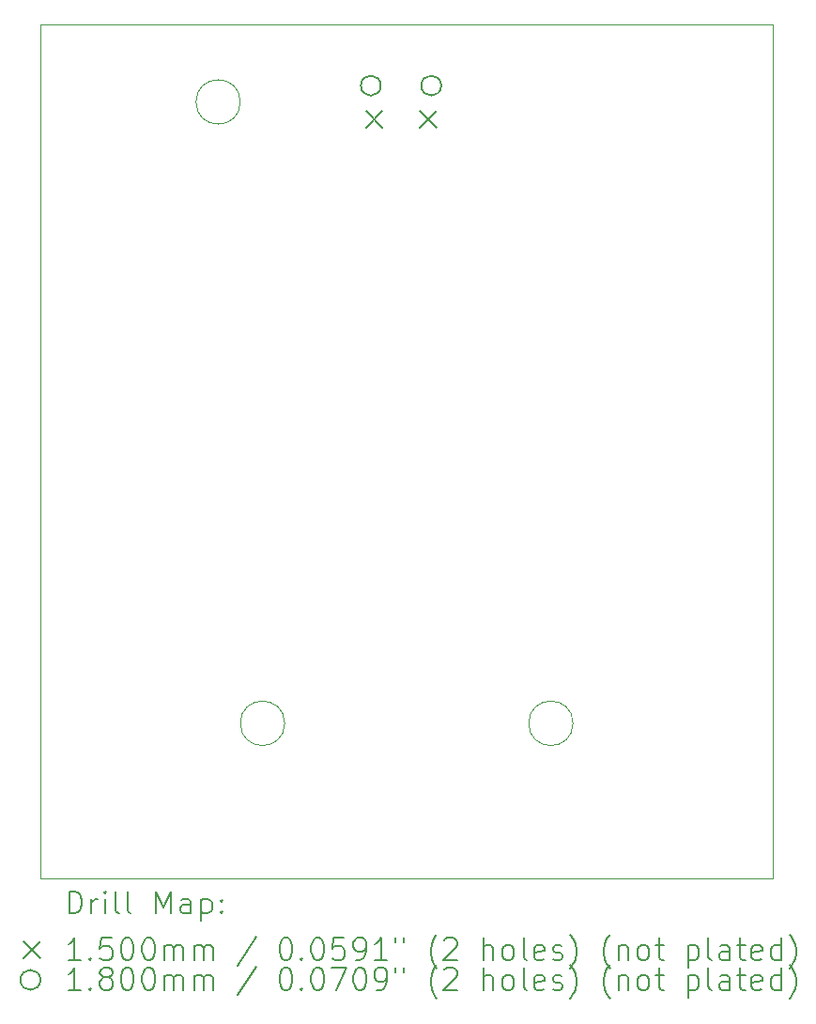
<source format=gbr>
%TF.GenerationSoftware,KiCad,Pcbnew,8.0.3*%
%TF.CreationDate,2024-07-03T23:55:28+09:00*%
%TF.ProjectId,mcu_rp2040,6d63755f-7270-4323-9034-302e6b696361,rev?*%
%TF.SameCoordinates,Original*%
%TF.FileFunction,Drillmap*%
%TF.FilePolarity,Positive*%
%FSLAX45Y45*%
G04 Gerber Fmt 4.5, Leading zero omitted, Abs format (unit mm)*
G04 Created by KiCad (PCBNEW 8.0.3) date 2024-07-03 23:55:28*
%MOMM*%
%LPD*%
G01*
G04 APERTURE LIST*
%ADD10C,0.050000*%
%ADD11C,0.200000*%
%ADD12C,0.150000*%
%ADD13C,0.180000*%
G04 APERTURE END LIST*
D10*
X12300000Y-5000000D02*
G75*
G02*
X11900000Y-5000000I-200000J0D01*
G01*
X11900000Y-5000000D02*
G75*
G02*
X12300000Y-5000000I200000J0D01*
G01*
X12700000Y-10600000D02*
G75*
G02*
X12300000Y-10600000I-200000J0D01*
G01*
X12300000Y-10600000D02*
G75*
G02*
X12700000Y-10600000I200000J0D01*
G01*
X15300000Y-10600000D02*
G75*
G02*
X14900000Y-10600000I-200000J0D01*
G01*
X14900000Y-10600000D02*
G75*
G02*
X15300000Y-10600000I200000J0D01*
G01*
X10500000Y-4300000D02*
X17100000Y-4300000D01*
X17100000Y-12000000D01*
X10500000Y-12000000D01*
X10500000Y-4300000D01*
D11*
D12*
X13431500Y-5081000D02*
X13581500Y-5231000D01*
X13581500Y-5081000D02*
X13431500Y-5231000D01*
X13916500Y-5081000D02*
X14066500Y-5231000D01*
X14066500Y-5081000D02*
X13916500Y-5231000D01*
D13*
X13566500Y-4853000D02*
G75*
G02*
X13386500Y-4853000I-90000J0D01*
G01*
X13386500Y-4853000D02*
G75*
G02*
X13566500Y-4853000I90000J0D01*
G01*
X14111500Y-4853000D02*
G75*
G02*
X13931500Y-4853000I-90000J0D01*
G01*
X13931500Y-4853000D02*
G75*
G02*
X14111500Y-4853000I90000J0D01*
G01*
D11*
X10758277Y-12313984D02*
X10758277Y-12113984D01*
X10758277Y-12113984D02*
X10805896Y-12113984D01*
X10805896Y-12113984D02*
X10834467Y-12123508D01*
X10834467Y-12123508D02*
X10853515Y-12142555D01*
X10853515Y-12142555D02*
X10863039Y-12161603D01*
X10863039Y-12161603D02*
X10872563Y-12199698D01*
X10872563Y-12199698D02*
X10872563Y-12228269D01*
X10872563Y-12228269D02*
X10863039Y-12266365D01*
X10863039Y-12266365D02*
X10853515Y-12285412D01*
X10853515Y-12285412D02*
X10834467Y-12304460D01*
X10834467Y-12304460D02*
X10805896Y-12313984D01*
X10805896Y-12313984D02*
X10758277Y-12313984D01*
X10958277Y-12313984D02*
X10958277Y-12180650D01*
X10958277Y-12218746D02*
X10967801Y-12199698D01*
X10967801Y-12199698D02*
X10977324Y-12190174D01*
X10977324Y-12190174D02*
X10996372Y-12180650D01*
X10996372Y-12180650D02*
X11015420Y-12180650D01*
X11082086Y-12313984D02*
X11082086Y-12180650D01*
X11082086Y-12113984D02*
X11072563Y-12123508D01*
X11072563Y-12123508D02*
X11082086Y-12133031D01*
X11082086Y-12133031D02*
X11091610Y-12123508D01*
X11091610Y-12123508D02*
X11082086Y-12113984D01*
X11082086Y-12113984D02*
X11082086Y-12133031D01*
X11205896Y-12313984D02*
X11186848Y-12304460D01*
X11186848Y-12304460D02*
X11177324Y-12285412D01*
X11177324Y-12285412D02*
X11177324Y-12113984D01*
X11310658Y-12313984D02*
X11291610Y-12304460D01*
X11291610Y-12304460D02*
X11282086Y-12285412D01*
X11282086Y-12285412D02*
X11282086Y-12113984D01*
X11539229Y-12313984D02*
X11539229Y-12113984D01*
X11539229Y-12113984D02*
X11605896Y-12256841D01*
X11605896Y-12256841D02*
X11672562Y-12113984D01*
X11672562Y-12113984D02*
X11672562Y-12313984D01*
X11853515Y-12313984D02*
X11853515Y-12209222D01*
X11853515Y-12209222D02*
X11843991Y-12190174D01*
X11843991Y-12190174D02*
X11824943Y-12180650D01*
X11824943Y-12180650D02*
X11786848Y-12180650D01*
X11786848Y-12180650D02*
X11767801Y-12190174D01*
X11853515Y-12304460D02*
X11834467Y-12313984D01*
X11834467Y-12313984D02*
X11786848Y-12313984D01*
X11786848Y-12313984D02*
X11767801Y-12304460D01*
X11767801Y-12304460D02*
X11758277Y-12285412D01*
X11758277Y-12285412D02*
X11758277Y-12266365D01*
X11758277Y-12266365D02*
X11767801Y-12247317D01*
X11767801Y-12247317D02*
X11786848Y-12237793D01*
X11786848Y-12237793D02*
X11834467Y-12237793D01*
X11834467Y-12237793D02*
X11853515Y-12228269D01*
X11948753Y-12180650D02*
X11948753Y-12380650D01*
X11948753Y-12190174D02*
X11967801Y-12180650D01*
X11967801Y-12180650D02*
X12005896Y-12180650D01*
X12005896Y-12180650D02*
X12024943Y-12190174D01*
X12024943Y-12190174D02*
X12034467Y-12199698D01*
X12034467Y-12199698D02*
X12043991Y-12218746D01*
X12043991Y-12218746D02*
X12043991Y-12275888D01*
X12043991Y-12275888D02*
X12034467Y-12294936D01*
X12034467Y-12294936D02*
X12024943Y-12304460D01*
X12024943Y-12304460D02*
X12005896Y-12313984D01*
X12005896Y-12313984D02*
X11967801Y-12313984D01*
X11967801Y-12313984D02*
X11948753Y-12304460D01*
X12129705Y-12294936D02*
X12139229Y-12304460D01*
X12139229Y-12304460D02*
X12129705Y-12313984D01*
X12129705Y-12313984D02*
X12120182Y-12304460D01*
X12120182Y-12304460D02*
X12129705Y-12294936D01*
X12129705Y-12294936D02*
X12129705Y-12313984D01*
X12129705Y-12190174D02*
X12139229Y-12199698D01*
X12139229Y-12199698D02*
X12129705Y-12209222D01*
X12129705Y-12209222D02*
X12120182Y-12199698D01*
X12120182Y-12199698D02*
X12129705Y-12190174D01*
X12129705Y-12190174D02*
X12129705Y-12209222D01*
D12*
X10347500Y-12567500D02*
X10497500Y-12717500D01*
X10497500Y-12567500D02*
X10347500Y-12717500D01*
D11*
X10863039Y-12733984D02*
X10748753Y-12733984D01*
X10805896Y-12733984D02*
X10805896Y-12533984D01*
X10805896Y-12533984D02*
X10786848Y-12562555D01*
X10786848Y-12562555D02*
X10767801Y-12581603D01*
X10767801Y-12581603D02*
X10748753Y-12591127D01*
X10948753Y-12714936D02*
X10958277Y-12724460D01*
X10958277Y-12724460D02*
X10948753Y-12733984D01*
X10948753Y-12733984D02*
X10939229Y-12724460D01*
X10939229Y-12724460D02*
X10948753Y-12714936D01*
X10948753Y-12714936D02*
X10948753Y-12733984D01*
X11139229Y-12533984D02*
X11043991Y-12533984D01*
X11043991Y-12533984D02*
X11034467Y-12629222D01*
X11034467Y-12629222D02*
X11043991Y-12619698D01*
X11043991Y-12619698D02*
X11063039Y-12610174D01*
X11063039Y-12610174D02*
X11110658Y-12610174D01*
X11110658Y-12610174D02*
X11129705Y-12619698D01*
X11129705Y-12619698D02*
X11139229Y-12629222D01*
X11139229Y-12629222D02*
X11148753Y-12648269D01*
X11148753Y-12648269D02*
X11148753Y-12695888D01*
X11148753Y-12695888D02*
X11139229Y-12714936D01*
X11139229Y-12714936D02*
X11129705Y-12724460D01*
X11129705Y-12724460D02*
X11110658Y-12733984D01*
X11110658Y-12733984D02*
X11063039Y-12733984D01*
X11063039Y-12733984D02*
X11043991Y-12724460D01*
X11043991Y-12724460D02*
X11034467Y-12714936D01*
X11272562Y-12533984D02*
X11291610Y-12533984D01*
X11291610Y-12533984D02*
X11310658Y-12543508D01*
X11310658Y-12543508D02*
X11320182Y-12553031D01*
X11320182Y-12553031D02*
X11329705Y-12572079D01*
X11329705Y-12572079D02*
X11339229Y-12610174D01*
X11339229Y-12610174D02*
X11339229Y-12657793D01*
X11339229Y-12657793D02*
X11329705Y-12695888D01*
X11329705Y-12695888D02*
X11320182Y-12714936D01*
X11320182Y-12714936D02*
X11310658Y-12724460D01*
X11310658Y-12724460D02*
X11291610Y-12733984D01*
X11291610Y-12733984D02*
X11272562Y-12733984D01*
X11272562Y-12733984D02*
X11253515Y-12724460D01*
X11253515Y-12724460D02*
X11243991Y-12714936D01*
X11243991Y-12714936D02*
X11234467Y-12695888D01*
X11234467Y-12695888D02*
X11224943Y-12657793D01*
X11224943Y-12657793D02*
X11224943Y-12610174D01*
X11224943Y-12610174D02*
X11234467Y-12572079D01*
X11234467Y-12572079D02*
X11243991Y-12553031D01*
X11243991Y-12553031D02*
X11253515Y-12543508D01*
X11253515Y-12543508D02*
X11272562Y-12533984D01*
X11463039Y-12533984D02*
X11482086Y-12533984D01*
X11482086Y-12533984D02*
X11501134Y-12543508D01*
X11501134Y-12543508D02*
X11510658Y-12553031D01*
X11510658Y-12553031D02*
X11520182Y-12572079D01*
X11520182Y-12572079D02*
X11529705Y-12610174D01*
X11529705Y-12610174D02*
X11529705Y-12657793D01*
X11529705Y-12657793D02*
X11520182Y-12695888D01*
X11520182Y-12695888D02*
X11510658Y-12714936D01*
X11510658Y-12714936D02*
X11501134Y-12724460D01*
X11501134Y-12724460D02*
X11482086Y-12733984D01*
X11482086Y-12733984D02*
X11463039Y-12733984D01*
X11463039Y-12733984D02*
X11443991Y-12724460D01*
X11443991Y-12724460D02*
X11434467Y-12714936D01*
X11434467Y-12714936D02*
X11424943Y-12695888D01*
X11424943Y-12695888D02*
X11415420Y-12657793D01*
X11415420Y-12657793D02*
X11415420Y-12610174D01*
X11415420Y-12610174D02*
X11424943Y-12572079D01*
X11424943Y-12572079D02*
X11434467Y-12553031D01*
X11434467Y-12553031D02*
X11443991Y-12543508D01*
X11443991Y-12543508D02*
X11463039Y-12533984D01*
X11615420Y-12733984D02*
X11615420Y-12600650D01*
X11615420Y-12619698D02*
X11624943Y-12610174D01*
X11624943Y-12610174D02*
X11643991Y-12600650D01*
X11643991Y-12600650D02*
X11672563Y-12600650D01*
X11672563Y-12600650D02*
X11691610Y-12610174D01*
X11691610Y-12610174D02*
X11701134Y-12629222D01*
X11701134Y-12629222D02*
X11701134Y-12733984D01*
X11701134Y-12629222D02*
X11710658Y-12610174D01*
X11710658Y-12610174D02*
X11729705Y-12600650D01*
X11729705Y-12600650D02*
X11758277Y-12600650D01*
X11758277Y-12600650D02*
X11777324Y-12610174D01*
X11777324Y-12610174D02*
X11786848Y-12629222D01*
X11786848Y-12629222D02*
X11786848Y-12733984D01*
X11882086Y-12733984D02*
X11882086Y-12600650D01*
X11882086Y-12619698D02*
X11891610Y-12610174D01*
X11891610Y-12610174D02*
X11910658Y-12600650D01*
X11910658Y-12600650D02*
X11939229Y-12600650D01*
X11939229Y-12600650D02*
X11958277Y-12610174D01*
X11958277Y-12610174D02*
X11967801Y-12629222D01*
X11967801Y-12629222D02*
X11967801Y-12733984D01*
X11967801Y-12629222D02*
X11977324Y-12610174D01*
X11977324Y-12610174D02*
X11996372Y-12600650D01*
X11996372Y-12600650D02*
X12024943Y-12600650D01*
X12024943Y-12600650D02*
X12043991Y-12610174D01*
X12043991Y-12610174D02*
X12053515Y-12629222D01*
X12053515Y-12629222D02*
X12053515Y-12733984D01*
X12443991Y-12524460D02*
X12272563Y-12781603D01*
X12701134Y-12533984D02*
X12720182Y-12533984D01*
X12720182Y-12533984D02*
X12739229Y-12543508D01*
X12739229Y-12543508D02*
X12748753Y-12553031D01*
X12748753Y-12553031D02*
X12758277Y-12572079D01*
X12758277Y-12572079D02*
X12767801Y-12610174D01*
X12767801Y-12610174D02*
X12767801Y-12657793D01*
X12767801Y-12657793D02*
X12758277Y-12695888D01*
X12758277Y-12695888D02*
X12748753Y-12714936D01*
X12748753Y-12714936D02*
X12739229Y-12724460D01*
X12739229Y-12724460D02*
X12720182Y-12733984D01*
X12720182Y-12733984D02*
X12701134Y-12733984D01*
X12701134Y-12733984D02*
X12682086Y-12724460D01*
X12682086Y-12724460D02*
X12672563Y-12714936D01*
X12672563Y-12714936D02*
X12663039Y-12695888D01*
X12663039Y-12695888D02*
X12653515Y-12657793D01*
X12653515Y-12657793D02*
X12653515Y-12610174D01*
X12653515Y-12610174D02*
X12663039Y-12572079D01*
X12663039Y-12572079D02*
X12672563Y-12553031D01*
X12672563Y-12553031D02*
X12682086Y-12543508D01*
X12682086Y-12543508D02*
X12701134Y-12533984D01*
X12853515Y-12714936D02*
X12863039Y-12724460D01*
X12863039Y-12724460D02*
X12853515Y-12733984D01*
X12853515Y-12733984D02*
X12843991Y-12724460D01*
X12843991Y-12724460D02*
X12853515Y-12714936D01*
X12853515Y-12714936D02*
X12853515Y-12733984D01*
X12986848Y-12533984D02*
X13005896Y-12533984D01*
X13005896Y-12533984D02*
X13024944Y-12543508D01*
X13024944Y-12543508D02*
X13034467Y-12553031D01*
X13034467Y-12553031D02*
X13043991Y-12572079D01*
X13043991Y-12572079D02*
X13053515Y-12610174D01*
X13053515Y-12610174D02*
X13053515Y-12657793D01*
X13053515Y-12657793D02*
X13043991Y-12695888D01*
X13043991Y-12695888D02*
X13034467Y-12714936D01*
X13034467Y-12714936D02*
X13024944Y-12724460D01*
X13024944Y-12724460D02*
X13005896Y-12733984D01*
X13005896Y-12733984D02*
X12986848Y-12733984D01*
X12986848Y-12733984D02*
X12967801Y-12724460D01*
X12967801Y-12724460D02*
X12958277Y-12714936D01*
X12958277Y-12714936D02*
X12948753Y-12695888D01*
X12948753Y-12695888D02*
X12939229Y-12657793D01*
X12939229Y-12657793D02*
X12939229Y-12610174D01*
X12939229Y-12610174D02*
X12948753Y-12572079D01*
X12948753Y-12572079D02*
X12958277Y-12553031D01*
X12958277Y-12553031D02*
X12967801Y-12543508D01*
X12967801Y-12543508D02*
X12986848Y-12533984D01*
X13234467Y-12533984D02*
X13139229Y-12533984D01*
X13139229Y-12533984D02*
X13129706Y-12629222D01*
X13129706Y-12629222D02*
X13139229Y-12619698D01*
X13139229Y-12619698D02*
X13158277Y-12610174D01*
X13158277Y-12610174D02*
X13205896Y-12610174D01*
X13205896Y-12610174D02*
X13224944Y-12619698D01*
X13224944Y-12619698D02*
X13234467Y-12629222D01*
X13234467Y-12629222D02*
X13243991Y-12648269D01*
X13243991Y-12648269D02*
X13243991Y-12695888D01*
X13243991Y-12695888D02*
X13234467Y-12714936D01*
X13234467Y-12714936D02*
X13224944Y-12724460D01*
X13224944Y-12724460D02*
X13205896Y-12733984D01*
X13205896Y-12733984D02*
X13158277Y-12733984D01*
X13158277Y-12733984D02*
X13139229Y-12724460D01*
X13139229Y-12724460D02*
X13129706Y-12714936D01*
X13339229Y-12733984D02*
X13377325Y-12733984D01*
X13377325Y-12733984D02*
X13396372Y-12724460D01*
X13396372Y-12724460D02*
X13405896Y-12714936D01*
X13405896Y-12714936D02*
X13424944Y-12686365D01*
X13424944Y-12686365D02*
X13434467Y-12648269D01*
X13434467Y-12648269D02*
X13434467Y-12572079D01*
X13434467Y-12572079D02*
X13424944Y-12553031D01*
X13424944Y-12553031D02*
X13415420Y-12543508D01*
X13415420Y-12543508D02*
X13396372Y-12533984D01*
X13396372Y-12533984D02*
X13358277Y-12533984D01*
X13358277Y-12533984D02*
X13339229Y-12543508D01*
X13339229Y-12543508D02*
X13329706Y-12553031D01*
X13329706Y-12553031D02*
X13320182Y-12572079D01*
X13320182Y-12572079D02*
X13320182Y-12619698D01*
X13320182Y-12619698D02*
X13329706Y-12638746D01*
X13329706Y-12638746D02*
X13339229Y-12648269D01*
X13339229Y-12648269D02*
X13358277Y-12657793D01*
X13358277Y-12657793D02*
X13396372Y-12657793D01*
X13396372Y-12657793D02*
X13415420Y-12648269D01*
X13415420Y-12648269D02*
X13424944Y-12638746D01*
X13424944Y-12638746D02*
X13434467Y-12619698D01*
X13624944Y-12733984D02*
X13510658Y-12733984D01*
X13567801Y-12733984D02*
X13567801Y-12533984D01*
X13567801Y-12533984D02*
X13548753Y-12562555D01*
X13548753Y-12562555D02*
X13529706Y-12581603D01*
X13529706Y-12581603D02*
X13510658Y-12591127D01*
X13701134Y-12533984D02*
X13701134Y-12572079D01*
X13777325Y-12533984D02*
X13777325Y-12572079D01*
X14072563Y-12810174D02*
X14063039Y-12800650D01*
X14063039Y-12800650D02*
X14043991Y-12772079D01*
X14043991Y-12772079D02*
X14034468Y-12753031D01*
X14034468Y-12753031D02*
X14024944Y-12724460D01*
X14024944Y-12724460D02*
X14015420Y-12676841D01*
X14015420Y-12676841D02*
X14015420Y-12638746D01*
X14015420Y-12638746D02*
X14024944Y-12591127D01*
X14024944Y-12591127D02*
X14034468Y-12562555D01*
X14034468Y-12562555D02*
X14043991Y-12543508D01*
X14043991Y-12543508D02*
X14063039Y-12514936D01*
X14063039Y-12514936D02*
X14072563Y-12505412D01*
X14139229Y-12553031D02*
X14148753Y-12543508D01*
X14148753Y-12543508D02*
X14167801Y-12533984D01*
X14167801Y-12533984D02*
X14215420Y-12533984D01*
X14215420Y-12533984D02*
X14234468Y-12543508D01*
X14234468Y-12543508D02*
X14243991Y-12553031D01*
X14243991Y-12553031D02*
X14253515Y-12572079D01*
X14253515Y-12572079D02*
X14253515Y-12591127D01*
X14253515Y-12591127D02*
X14243991Y-12619698D01*
X14243991Y-12619698D02*
X14129706Y-12733984D01*
X14129706Y-12733984D02*
X14253515Y-12733984D01*
X14491610Y-12733984D02*
X14491610Y-12533984D01*
X14577325Y-12733984D02*
X14577325Y-12629222D01*
X14577325Y-12629222D02*
X14567801Y-12610174D01*
X14567801Y-12610174D02*
X14548753Y-12600650D01*
X14548753Y-12600650D02*
X14520182Y-12600650D01*
X14520182Y-12600650D02*
X14501134Y-12610174D01*
X14501134Y-12610174D02*
X14491610Y-12619698D01*
X14701134Y-12733984D02*
X14682087Y-12724460D01*
X14682087Y-12724460D02*
X14672563Y-12714936D01*
X14672563Y-12714936D02*
X14663039Y-12695888D01*
X14663039Y-12695888D02*
X14663039Y-12638746D01*
X14663039Y-12638746D02*
X14672563Y-12619698D01*
X14672563Y-12619698D02*
X14682087Y-12610174D01*
X14682087Y-12610174D02*
X14701134Y-12600650D01*
X14701134Y-12600650D02*
X14729706Y-12600650D01*
X14729706Y-12600650D02*
X14748753Y-12610174D01*
X14748753Y-12610174D02*
X14758277Y-12619698D01*
X14758277Y-12619698D02*
X14767801Y-12638746D01*
X14767801Y-12638746D02*
X14767801Y-12695888D01*
X14767801Y-12695888D02*
X14758277Y-12714936D01*
X14758277Y-12714936D02*
X14748753Y-12724460D01*
X14748753Y-12724460D02*
X14729706Y-12733984D01*
X14729706Y-12733984D02*
X14701134Y-12733984D01*
X14882087Y-12733984D02*
X14863039Y-12724460D01*
X14863039Y-12724460D02*
X14853515Y-12705412D01*
X14853515Y-12705412D02*
X14853515Y-12533984D01*
X15034468Y-12724460D02*
X15015420Y-12733984D01*
X15015420Y-12733984D02*
X14977325Y-12733984D01*
X14977325Y-12733984D02*
X14958277Y-12724460D01*
X14958277Y-12724460D02*
X14948753Y-12705412D01*
X14948753Y-12705412D02*
X14948753Y-12629222D01*
X14948753Y-12629222D02*
X14958277Y-12610174D01*
X14958277Y-12610174D02*
X14977325Y-12600650D01*
X14977325Y-12600650D02*
X15015420Y-12600650D01*
X15015420Y-12600650D02*
X15034468Y-12610174D01*
X15034468Y-12610174D02*
X15043991Y-12629222D01*
X15043991Y-12629222D02*
X15043991Y-12648269D01*
X15043991Y-12648269D02*
X14948753Y-12667317D01*
X15120182Y-12724460D02*
X15139230Y-12733984D01*
X15139230Y-12733984D02*
X15177325Y-12733984D01*
X15177325Y-12733984D02*
X15196372Y-12724460D01*
X15196372Y-12724460D02*
X15205896Y-12705412D01*
X15205896Y-12705412D02*
X15205896Y-12695888D01*
X15205896Y-12695888D02*
X15196372Y-12676841D01*
X15196372Y-12676841D02*
X15177325Y-12667317D01*
X15177325Y-12667317D02*
X15148753Y-12667317D01*
X15148753Y-12667317D02*
X15129706Y-12657793D01*
X15129706Y-12657793D02*
X15120182Y-12638746D01*
X15120182Y-12638746D02*
X15120182Y-12629222D01*
X15120182Y-12629222D02*
X15129706Y-12610174D01*
X15129706Y-12610174D02*
X15148753Y-12600650D01*
X15148753Y-12600650D02*
X15177325Y-12600650D01*
X15177325Y-12600650D02*
X15196372Y-12610174D01*
X15272563Y-12810174D02*
X15282087Y-12800650D01*
X15282087Y-12800650D02*
X15301134Y-12772079D01*
X15301134Y-12772079D02*
X15310658Y-12753031D01*
X15310658Y-12753031D02*
X15320182Y-12724460D01*
X15320182Y-12724460D02*
X15329706Y-12676841D01*
X15329706Y-12676841D02*
X15329706Y-12638746D01*
X15329706Y-12638746D02*
X15320182Y-12591127D01*
X15320182Y-12591127D02*
X15310658Y-12562555D01*
X15310658Y-12562555D02*
X15301134Y-12543508D01*
X15301134Y-12543508D02*
X15282087Y-12514936D01*
X15282087Y-12514936D02*
X15272563Y-12505412D01*
X15634468Y-12810174D02*
X15624944Y-12800650D01*
X15624944Y-12800650D02*
X15605896Y-12772079D01*
X15605896Y-12772079D02*
X15596372Y-12753031D01*
X15596372Y-12753031D02*
X15586849Y-12724460D01*
X15586849Y-12724460D02*
X15577325Y-12676841D01*
X15577325Y-12676841D02*
X15577325Y-12638746D01*
X15577325Y-12638746D02*
X15586849Y-12591127D01*
X15586849Y-12591127D02*
X15596372Y-12562555D01*
X15596372Y-12562555D02*
X15605896Y-12543508D01*
X15605896Y-12543508D02*
X15624944Y-12514936D01*
X15624944Y-12514936D02*
X15634468Y-12505412D01*
X15710658Y-12600650D02*
X15710658Y-12733984D01*
X15710658Y-12619698D02*
X15720182Y-12610174D01*
X15720182Y-12610174D02*
X15739230Y-12600650D01*
X15739230Y-12600650D02*
X15767801Y-12600650D01*
X15767801Y-12600650D02*
X15786849Y-12610174D01*
X15786849Y-12610174D02*
X15796372Y-12629222D01*
X15796372Y-12629222D02*
X15796372Y-12733984D01*
X15920182Y-12733984D02*
X15901134Y-12724460D01*
X15901134Y-12724460D02*
X15891611Y-12714936D01*
X15891611Y-12714936D02*
X15882087Y-12695888D01*
X15882087Y-12695888D02*
X15882087Y-12638746D01*
X15882087Y-12638746D02*
X15891611Y-12619698D01*
X15891611Y-12619698D02*
X15901134Y-12610174D01*
X15901134Y-12610174D02*
X15920182Y-12600650D01*
X15920182Y-12600650D02*
X15948753Y-12600650D01*
X15948753Y-12600650D02*
X15967801Y-12610174D01*
X15967801Y-12610174D02*
X15977325Y-12619698D01*
X15977325Y-12619698D02*
X15986849Y-12638746D01*
X15986849Y-12638746D02*
X15986849Y-12695888D01*
X15986849Y-12695888D02*
X15977325Y-12714936D01*
X15977325Y-12714936D02*
X15967801Y-12724460D01*
X15967801Y-12724460D02*
X15948753Y-12733984D01*
X15948753Y-12733984D02*
X15920182Y-12733984D01*
X16043992Y-12600650D02*
X16120182Y-12600650D01*
X16072563Y-12533984D02*
X16072563Y-12705412D01*
X16072563Y-12705412D02*
X16082087Y-12724460D01*
X16082087Y-12724460D02*
X16101134Y-12733984D01*
X16101134Y-12733984D02*
X16120182Y-12733984D01*
X16339230Y-12600650D02*
X16339230Y-12800650D01*
X16339230Y-12610174D02*
X16358277Y-12600650D01*
X16358277Y-12600650D02*
X16396373Y-12600650D01*
X16396373Y-12600650D02*
X16415420Y-12610174D01*
X16415420Y-12610174D02*
X16424944Y-12619698D01*
X16424944Y-12619698D02*
X16434468Y-12638746D01*
X16434468Y-12638746D02*
X16434468Y-12695888D01*
X16434468Y-12695888D02*
X16424944Y-12714936D01*
X16424944Y-12714936D02*
X16415420Y-12724460D01*
X16415420Y-12724460D02*
X16396373Y-12733984D01*
X16396373Y-12733984D02*
X16358277Y-12733984D01*
X16358277Y-12733984D02*
X16339230Y-12724460D01*
X16548753Y-12733984D02*
X16529706Y-12724460D01*
X16529706Y-12724460D02*
X16520182Y-12705412D01*
X16520182Y-12705412D02*
X16520182Y-12533984D01*
X16710658Y-12733984D02*
X16710658Y-12629222D01*
X16710658Y-12629222D02*
X16701134Y-12610174D01*
X16701134Y-12610174D02*
X16682087Y-12600650D01*
X16682087Y-12600650D02*
X16643992Y-12600650D01*
X16643992Y-12600650D02*
X16624944Y-12610174D01*
X16710658Y-12724460D02*
X16691611Y-12733984D01*
X16691611Y-12733984D02*
X16643992Y-12733984D01*
X16643992Y-12733984D02*
X16624944Y-12724460D01*
X16624944Y-12724460D02*
X16615420Y-12705412D01*
X16615420Y-12705412D02*
X16615420Y-12686365D01*
X16615420Y-12686365D02*
X16624944Y-12667317D01*
X16624944Y-12667317D02*
X16643992Y-12657793D01*
X16643992Y-12657793D02*
X16691611Y-12657793D01*
X16691611Y-12657793D02*
X16710658Y-12648269D01*
X16777325Y-12600650D02*
X16853515Y-12600650D01*
X16805896Y-12533984D02*
X16805896Y-12705412D01*
X16805896Y-12705412D02*
X16815420Y-12724460D01*
X16815420Y-12724460D02*
X16834468Y-12733984D01*
X16834468Y-12733984D02*
X16853515Y-12733984D01*
X16996373Y-12724460D02*
X16977325Y-12733984D01*
X16977325Y-12733984D02*
X16939230Y-12733984D01*
X16939230Y-12733984D02*
X16920182Y-12724460D01*
X16920182Y-12724460D02*
X16910658Y-12705412D01*
X16910658Y-12705412D02*
X16910658Y-12629222D01*
X16910658Y-12629222D02*
X16920182Y-12610174D01*
X16920182Y-12610174D02*
X16939230Y-12600650D01*
X16939230Y-12600650D02*
X16977325Y-12600650D01*
X16977325Y-12600650D02*
X16996373Y-12610174D01*
X16996373Y-12610174D02*
X17005896Y-12629222D01*
X17005896Y-12629222D02*
X17005896Y-12648269D01*
X17005896Y-12648269D02*
X16910658Y-12667317D01*
X17177325Y-12733984D02*
X17177325Y-12533984D01*
X17177325Y-12724460D02*
X17158277Y-12733984D01*
X17158277Y-12733984D02*
X17120182Y-12733984D01*
X17120182Y-12733984D02*
X17101135Y-12724460D01*
X17101135Y-12724460D02*
X17091611Y-12714936D01*
X17091611Y-12714936D02*
X17082087Y-12695888D01*
X17082087Y-12695888D02*
X17082087Y-12638746D01*
X17082087Y-12638746D02*
X17091611Y-12619698D01*
X17091611Y-12619698D02*
X17101135Y-12610174D01*
X17101135Y-12610174D02*
X17120182Y-12600650D01*
X17120182Y-12600650D02*
X17158277Y-12600650D01*
X17158277Y-12600650D02*
X17177325Y-12610174D01*
X17253516Y-12810174D02*
X17263039Y-12800650D01*
X17263039Y-12800650D02*
X17282087Y-12772079D01*
X17282087Y-12772079D02*
X17291611Y-12753031D01*
X17291611Y-12753031D02*
X17301135Y-12724460D01*
X17301135Y-12724460D02*
X17310658Y-12676841D01*
X17310658Y-12676841D02*
X17310658Y-12638746D01*
X17310658Y-12638746D02*
X17301135Y-12591127D01*
X17301135Y-12591127D02*
X17291611Y-12562555D01*
X17291611Y-12562555D02*
X17282087Y-12543508D01*
X17282087Y-12543508D02*
X17263039Y-12514936D01*
X17263039Y-12514936D02*
X17253516Y-12505412D01*
D13*
X10497500Y-12912500D02*
G75*
G02*
X10317500Y-12912500I-90000J0D01*
G01*
X10317500Y-12912500D02*
G75*
G02*
X10497500Y-12912500I90000J0D01*
G01*
D11*
X10863039Y-13003984D02*
X10748753Y-13003984D01*
X10805896Y-13003984D02*
X10805896Y-12803984D01*
X10805896Y-12803984D02*
X10786848Y-12832555D01*
X10786848Y-12832555D02*
X10767801Y-12851603D01*
X10767801Y-12851603D02*
X10748753Y-12861127D01*
X10948753Y-12984936D02*
X10958277Y-12994460D01*
X10958277Y-12994460D02*
X10948753Y-13003984D01*
X10948753Y-13003984D02*
X10939229Y-12994460D01*
X10939229Y-12994460D02*
X10948753Y-12984936D01*
X10948753Y-12984936D02*
X10948753Y-13003984D01*
X11072563Y-12889698D02*
X11053515Y-12880174D01*
X11053515Y-12880174D02*
X11043991Y-12870650D01*
X11043991Y-12870650D02*
X11034467Y-12851603D01*
X11034467Y-12851603D02*
X11034467Y-12842079D01*
X11034467Y-12842079D02*
X11043991Y-12823031D01*
X11043991Y-12823031D02*
X11053515Y-12813508D01*
X11053515Y-12813508D02*
X11072563Y-12803984D01*
X11072563Y-12803984D02*
X11110658Y-12803984D01*
X11110658Y-12803984D02*
X11129705Y-12813508D01*
X11129705Y-12813508D02*
X11139229Y-12823031D01*
X11139229Y-12823031D02*
X11148753Y-12842079D01*
X11148753Y-12842079D02*
X11148753Y-12851603D01*
X11148753Y-12851603D02*
X11139229Y-12870650D01*
X11139229Y-12870650D02*
X11129705Y-12880174D01*
X11129705Y-12880174D02*
X11110658Y-12889698D01*
X11110658Y-12889698D02*
X11072563Y-12889698D01*
X11072563Y-12889698D02*
X11053515Y-12899222D01*
X11053515Y-12899222D02*
X11043991Y-12908746D01*
X11043991Y-12908746D02*
X11034467Y-12927793D01*
X11034467Y-12927793D02*
X11034467Y-12965888D01*
X11034467Y-12965888D02*
X11043991Y-12984936D01*
X11043991Y-12984936D02*
X11053515Y-12994460D01*
X11053515Y-12994460D02*
X11072563Y-13003984D01*
X11072563Y-13003984D02*
X11110658Y-13003984D01*
X11110658Y-13003984D02*
X11129705Y-12994460D01*
X11129705Y-12994460D02*
X11139229Y-12984936D01*
X11139229Y-12984936D02*
X11148753Y-12965888D01*
X11148753Y-12965888D02*
X11148753Y-12927793D01*
X11148753Y-12927793D02*
X11139229Y-12908746D01*
X11139229Y-12908746D02*
X11129705Y-12899222D01*
X11129705Y-12899222D02*
X11110658Y-12889698D01*
X11272562Y-12803984D02*
X11291610Y-12803984D01*
X11291610Y-12803984D02*
X11310658Y-12813508D01*
X11310658Y-12813508D02*
X11320182Y-12823031D01*
X11320182Y-12823031D02*
X11329705Y-12842079D01*
X11329705Y-12842079D02*
X11339229Y-12880174D01*
X11339229Y-12880174D02*
X11339229Y-12927793D01*
X11339229Y-12927793D02*
X11329705Y-12965888D01*
X11329705Y-12965888D02*
X11320182Y-12984936D01*
X11320182Y-12984936D02*
X11310658Y-12994460D01*
X11310658Y-12994460D02*
X11291610Y-13003984D01*
X11291610Y-13003984D02*
X11272562Y-13003984D01*
X11272562Y-13003984D02*
X11253515Y-12994460D01*
X11253515Y-12994460D02*
X11243991Y-12984936D01*
X11243991Y-12984936D02*
X11234467Y-12965888D01*
X11234467Y-12965888D02*
X11224943Y-12927793D01*
X11224943Y-12927793D02*
X11224943Y-12880174D01*
X11224943Y-12880174D02*
X11234467Y-12842079D01*
X11234467Y-12842079D02*
X11243991Y-12823031D01*
X11243991Y-12823031D02*
X11253515Y-12813508D01*
X11253515Y-12813508D02*
X11272562Y-12803984D01*
X11463039Y-12803984D02*
X11482086Y-12803984D01*
X11482086Y-12803984D02*
X11501134Y-12813508D01*
X11501134Y-12813508D02*
X11510658Y-12823031D01*
X11510658Y-12823031D02*
X11520182Y-12842079D01*
X11520182Y-12842079D02*
X11529705Y-12880174D01*
X11529705Y-12880174D02*
X11529705Y-12927793D01*
X11529705Y-12927793D02*
X11520182Y-12965888D01*
X11520182Y-12965888D02*
X11510658Y-12984936D01*
X11510658Y-12984936D02*
X11501134Y-12994460D01*
X11501134Y-12994460D02*
X11482086Y-13003984D01*
X11482086Y-13003984D02*
X11463039Y-13003984D01*
X11463039Y-13003984D02*
X11443991Y-12994460D01*
X11443991Y-12994460D02*
X11434467Y-12984936D01*
X11434467Y-12984936D02*
X11424943Y-12965888D01*
X11424943Y-12965888D02*
X11415420Y-12927793D01*
X11415420Y-12927793D02*
X11415420Y-12880174D01*
X11415420Y-12880174D02*
X11424943Y-12842079D01*
X11424943Y-12842079D02*
X11434467Y-12823031D01*
X11434467Y-12823031D02*
X11443991Y-12813508D01*
X11443991Y-12813508D02*
X11463039Y-12803984D01*
X11615420Y-13003984D02*
X11615420Y-12870650D01*
X11615420Y-12889698D02*
X11624943Y-12880174D01*
X11624943Y-12880174D02*
X11643991Y-12870650D01*
X11643991Y-12870650D02*
X11672563Y-12870650D01*
X11672563Y-12870650D02*
X11691610Y-12880174D01*
X11691610Y-12880174D02*
X11701134Y-12899222D01*
X11701134Y-12899222D02*
X11701134Y-13003984D01*
X11701134Y-12899222D02*
X11710658Y-12880174D01*
X11710658Y-12880174D02*
X11729705Y-12870650D01*
X11729705Y-12870650D02*
X11758277Y-12870650D01*
X11758277Y-12870650D02*
X11777324Y-12880174D01*
X11777324Y-12880174D02*
X11786848Y-12899222D01*
X11786848Y-12899222D02*
X11786848Y-13003984D01*
X11882086Y-13003984D02*
X11882086Y-12870650D01*
X11882086Y-12889698D02*
X11891610Y-12880174D01*
X11891610Y-12880174D02*
X11910658Y-12870650D01*
X11910658Y-12870650D02*
X11939229Y-12870650D01*
X11939229Y-12870650D02*
X11958277Y-12880174D01*
X11958277Y-12880174D02*
X11967801Y-12899222D01*
X11967801Y-12899222D02*
X11967801Y-13003984D01*
X11967801Y-12899222D02*
X11977324Y-12880174D01*
X11977324Y-12880174D02*
X11996372Y-12870650D01*
X11996372Y-12870650D02*
X12024943Y-12870650D01*
X12024943Y-12870650D02*
X12043991Y-12880174D01*
X12043991Y-12880174D02*
X12053515Y-12899222D01*
X12053515Y-12899222D02*
X12053515Y-13003984D01*
X12443991Y-12794460D02*
X12272563Y-13051603D01*
X12701134Y-12803984D02*
X12720182Y-12803984D01*
X12720182Y-12803984D02*
X12739229Y-12813508D01*
X12739229Y-12813508D02*
X12748753Y-12823031D01*
X12748753Y-12823031D02*
X12758277Y-12842079D01*
X12758277Y-12842079D02*
X12767801Y-12880174D01*
X12767801Y-12880174D02*
X12767801Y-12927793D01*
X12767801Y-12927793D02*
X12758277Y-12965888D01*
X12758277Y-12965888D02*
X12748753Y-12984936D01*
X12748753Y-12984936D02*
X12739229Y-12994460D01*
X12739229Y-12994460D02*
X12720182Y-13003984D01*
X12720182Y-13003984D02*
X12701134Y-13003984D01*
X12701134Y-13003984D02*
X12682086Y-12994460D01*
X12682086Y-12994460D02*
X12672563Y-12984936D01*
X12672563Y-12984936D02*
X12663039Y-12965888D01*
X12663039Y-12965888D02*
X12653515Y-12927793D01*
X12653515Y-12927793D02*
X12653515Y-12880174D01*
X12653515Y-12880174D02*
X12663039Y-12842079D01*
X12663039Y-12842079D02*
X12672563Y-12823031D01*
X12672563Y-12823031D02*
X12682086Y-12813508D01*
X12682086Y-12813508D02*
X12701134Y-12803984D01*
X12853515Y-12984936D02*
X12863039Y-12994460D01*
X12863039Y-12994460D02*
X12853515Y-13003984D01*
X12853515Y-13003984D02*
X12843991Y-12994460D01*
X12843991Y-12994460D02*
X12853515Y-12984936D01*
X12853515Y-12984936D02*
X12853515Y-13003984D01*
X12986848Y-12803984D02*
X13005896Y-12803984D01*
X13005896Y-12803984D02*
X13024944Y-12813508D01*
X13024944Y-12813508D02*
X13034467Y-12823031D01*
X13034467Y-12823031D02*
X13043991Y-12842079D01*
X13043991Y-12842079D02*
X13053515Y-12880174D01*
X13053515Y-12880174D02*
X13053515Y-12927793D01*
X13053515Y-12927793D02*
X13043991Y-12965888D01*
X13043991Y-12965888D02*
X13034467Y-12984936D01*
X13034467Y-12984936D02*
X13024944Y-12994460D01*
X13024944Y-12994460D02*
X13005896Y-13003984D01*
X13005896Y-13003984D02*
X12986848Y-13003984D01*
X12986848Y-13003984D02*
X12967801Y-12994460D01*
X12967801Y-12994460D02*
X12958277Y-12984936D01*
X12958277Y-12984936D02*
X12948753Y-12965888D01*
X12948753Y-12965888D02*
X12939229Y-12927793D01*
X12939229Y-12927793D02*
X12939229Y-12880174D01*
X12939229Y-12880174D02*
X12948753Y-12842079D01*
X12948753Y-12842079D02*
X12958277Y-12823031D01*
X12958277Y-12823031D02*
X12967801Y-12813508D01*
X12967801Y-12813508D02*
X12986848Y-12803984D01*
X13120182Y-12803984D02*
X13253515Y-12803984D01*
X13253515Y-12803984D02*
X13167801Y-13003984D01*
X13367801Y-12803984D02*
X13386848Y-12803984D01*
X13386848Y-12803984D02*
X13405896Y-12813508D01*
X13405896Y-12813508D02*
X13415420Y-12823031D01*
X13415420Y-12823031D02*
X13424944Y-12842079D01*
X13424944Y-12842079D02*
X13434467Y-12880174D01*
X13434467Y-12880174D02*
X13434467Y-12927793D01*
X13434467Y-12927793D02*
X13424944Y-12965888D01*
X13424944Y-12965888D02*
X13415420Y-12984936D01*
X13415420Y-12984936D02*
X13405896Y-12994460D01*
X13405896Y-12994460D02*
X13386848Y-13003984D01*
X13386848Y-13003984D02*
X13367801Y-13003984D01*
X13367801Y-13003984D02*
X13348753Y-12994460D01*
X13348753Y-12994460D02*
X13339229Y-12984936D01*
X13339229Y-12984936D02*
X13329706Y-12965888D01*
X13329706Y-12965888D02*
X13320182Y-12927793D01*
X13320182Y-12927793D02*
X13320182Y-12880174D01*
X13320182Y-12880174D02*
X13329706Y-12842079D01*
X13329706Y-12842079D02*
X13339229Y-12823031D01*
X13339229Y-12823031D02*
X13348753Y-12813508D01*
X13348753Y-12813508D02*
X13367801Y-12803984D01*
X13529706Y-13003984D02*
X13567801Y-13003984D01*
X13567801Y-13003984D02*
X13586848Y-12994460D01*
X13586848Y-12994460D02*
X13596372Y-12984936D01*
X13596372Y-12984936D02*
X13615420Y-12956365D01*
X13615420Y-12956365D02*
X13624944Y-12918269D01*
X13624944Y-12918269D02*
X13624944Y-12842079D01*
X13624944Y-12842079D02*
X13615420Y-12823031D01*
X13615420Y-12823031D02*
X13605896Y-12813508D01*
X13605896Y-12813508D02*
X13586848Y-12803984D01*
X13586848Y-12803984D02*
X13548753Y-12803984D01*
X13548753Y-12803984D02*
X13529706Y-12813508D01*
X13529706Y-12813508D02*
X13520182Y-12823031D01*
X13520182Y-12823031D02*
X13510658Y-12842079D01*
X13510658Y-12842079D02*
X13510658Y-12889698D01*
X13510658Y-12889698D02*
X13520182Y-12908746D01*
X13520182Y-12908746D02*
X13529706Y-12918269D01*
X13529706Y-12918269D02*
X13548753Y-12927793D01*
X13548753Y-12927793D02*
X13586848Y-12927793D01*
X13586848Y-12927793D02*
X13605896Y-12918269D01*
X13605896Y-12918269D02*
X13615420Y-12908746D01*
X13615420Y-12908746D02*
X13624944Y-12889698D01*
X13701134Y-12803984D02*
X13701134Y-12842079D01*
X13777325Y-12803984D02*
X13777325Y-12842079D01*
X14072563Y-13080174D02*
X14063039Y-13070650D01*
X14063039Y-13070650D02*
X14043991Y-13042079D01*
X14043991Y-13042079D02*
X14034468Y-13023031D01*
X14034468Y-13023031D02*
X14024944Y-12994460D01*
X14024944Y-12994460D02*
X14015420Y-12946841D01*
X14015420Y-12946841D02*
X14015420Y-12908746D01*
X14015420Y-12908746D02*
X14024944Y-12861127D01*
X14024944Y-12861127D02*
X14034468Y-12832555D01*
X14034468Y-12832555D02*
X14043991Y-12813508D01*
X14043991Y-12813508D02*
X14063039Y-12784936D01*
X14063039Y-12784936D02*
X14072563Y-12775412D01*
X14139229Y-12823031D02*
X14148753Y-12813508D01*
X14148753Y-12813508D02*
X14167801Y-12803984D01*
X14167801Y-12803984D02*
X14215420Y-12803984D01*
X14215420Y-12803984D02*
X14234468Y-12813508D01*
X14234468Y-12813508D02*
X14243991Y-12823031D01*
X14243991Y-12823031D02*
X14253515Y-12842079D01*
X14253515Y-12842079D02*
X14253515Y-12861127D01*
X14253515Y-12861127D02*
X14243991Y-12889698D01*
X14243991Y-12889698D02*
X14129706Y-13003984D01*
X14129706Y-13003984D02*
X14253515Y-13003984D01*
X14491610Y-13003984D02*
X14491610Y-12803984D01*
X14577325Y-13003984D02*
X14577325Y-12899222D01*
X14577325Y-12899222D02*
X14567801Y-12880174D01*
X14567801Y-12880174D02*
X14548753Y-12870650D01*
X14548753Y-12870650D02*
X14520182Y-12870650D01*
X14520182Y-12870650D02*
X14501134Y-12880174D01*
X14501134Y-12880174D02*
X14491610Y-12889698D01*
X14701134Y-13003984D02*
X14682087Y-12994460D01*
X14682087Y-12994460D02*
X14672563Y-12984936D01*
X14672563Y-12984936D02*
X14663039Y-12965888D01*
X14663039Y-12965888D02*
X14663039Y-12908746D01*
X14663039Y-12908746D02*
X14672563Y-12889698D01*
X14672563Y-12889698D02*
X14682087Y-12880174D01*
X14682087Y-12880174D02*
X14701134Y-12870650D01*
X14701134Y-12870650D02*
X14729706Y-12870650D01*
X14729706Y-12870650D02*
X14748753Y-12880174D01*
X14748753Y-12880174D02*
X14758277Y-12889698D01*
X14758277Y-12889698D02*
X14767801Y-12908746D01*
X14767801Y-12908746D02*
X14767801Y-12965888D01*
X14767801Y-12965888D02*
X14758277Y-12984936D01*
X14758277Y-12984936D02*
X14748753Y-12994460D01*
X14748753Y-12994460D02*
X14729706Y-13003984D01*
X14729706Y-13003984D02*
X14701134Y-13003984D01*
X14882087Y-13003984D02*
X14863039Y-12994460D01*
X14863039Y-12994460D02*
X14853515Y-12975412D01*
X14853515Y-12975412D02*
X14853515Y-12803984D01*
X15034468Y-12994460D02*
X15015420Y-13003984D01*
X15015420Y-13003984D02*
X14977325Y-13003984D01*
X14977325Y-13003984D02*
X14958277Y-12994460D01*
X14958277Y-12994460D02*
X14948753Y-12975412D01*
X14948753Y-12975412D02*
X14948753Y-12899222D01*
X14948753Y-12899222D02*
X14958277Y-12880174D01*
X14958277Y-12880174D02*
X14977325Y-12870650D01*
X14977325Y-12870650D02*
X15015420Y-12870650D01*
X15015420Y-12870650D02*
X15034468Y-12880174D01*
X15034468Y-12880174D02*
X15043991Y-12899222D01*
X15043991Y-12899222D02*
X15043991Y-12918269D01*
X15043991Y-12918269D02*
X14948753Y-12937317D01*
X15120182Y-12994460D02*
X15139230Y-13003984D01*
X15139230Y-13003984D02*
X15177325Y-13003984D01*
X15177325Y-13003984D02*
X15196372Y-12994460D01*
X15196372Y-12994460D02*
X15205896Y-12975412D01*
X15205896Y-12975412D02*
X15205896Y-12965888D01*
X15205896Y-12965888D02*
X15196372Y-12946841D01*
X15196372Y-12946841D02*
X15177325Y-12937317D01*
X15177325Y-12937317D02*
X15148753Y-12937317D01*
X15148753Y-12937317D02*
X15129706Y-12927793D01*
X15129706Y-12927793D02*
X15120182Y-12908746D01*
X15120182Y-12908746D02*
X15120182Y-12899222D01*
X15120182Y-12899222D02*
X15129706Y-12880174D01*
X15129706Y-12880174D02*
X15148753Y-12870650D01*
X15148753Y-12870650D02*
X15177325Y-12870650D01*
X15177325Y-12870650D02*
X15196372Y-12880174D01*
X15272563Y-13080174D02*
X15282087Y-13070650D01*
X15282087Y-13070650D02*
X15301134Y-13042079D01*
X15301134Y-13042079D02*
X15310658Y-13023031D01*
X15310658Y-13023031D02*
X15320182Y-12994460D01*
X15320182Y-12994460D02*
X15329706Y-12946841D01*
X15329706Y-12946841D02*
X15329706Y-12908746D01*
X15329706Y-12908746D02*
X15320182Y-12861127D01*
X15320182Y-12861127D02*
X15310658Y-12832555D01*
X15310658Y-12832555D02*
X15301134Y-12813508D01*
X15301134Y-12813508D02*
X15282087Y-12784936D01*
X15282087Y-12784936D02*
X15272563Y-12775412D01*
X15634468Y-13080174D02*
X15624944Y-13070650D01*
X15624944Y-13070650D02*
X15605896Y-13042079D01*
X15605896Y-13042079D02*
X15596372Y-13023031D01*
X15596372Y-13023031D02*
X15586849Y-12994460D01*
X15586849Y-12994460D02*
X15577325Y-12946841D01*
X15577325Y-12946841D02*
X15577325Y-12908746D01*
X15577325Y-12908746D02*
X15586849Y-12861127D01*
X15586849Y-12861127D02*
X15596372Y-12832555D01*
X15596372Y-12832555D02*
X15605896Y-12813508D01*
X15605896Y-12813508D02*
X15624944Y-12784936D01*
X15624944Y-12784936D02*
X15634468Y-12775412D01*
X15710658Y-12870650D02*
X15710658Y-13003984D01*
X15710658Y-12889698D02*
X15720182Y-12880174D01*
X15720182Y-12880174D02*
X15739230Y-12870650D01*
X15739230Y-12870650D02*
X15767801Y-12870650D01*
X15767801Y-12870650D02*
X15786849Y-12880174D01*
X15786849Y-12880174D02*
X15796372Y-12899222D01*
X15796372Y-12899222D02*
X15796372Y-13003984D01*
X15920182Y-13003984D02*
X15901134Y-12994460D01*
X15901134Y-12994460D02*
X15891611Y-12984936D01*
X15891611Y-12984936D02*
X15882087Y-12965888D01*
X15882087Y-12965888D02*
X15882087Y-12908746D01*
X15882087Y-12908746D02*
X15891611Y-12889698D01*
X15891611Y-12889698D02*
X15901134Y-12880174D01*
X15901134Y-12880174D02*
X15920182Y-12870650D01*
X15920182Y-12870650D02*
X15948753Y-12870650D01*
X15948753Y-12870650D02*
X15967801Y-12880174D01*
X15967801Y-12880174D02*
X15977325Y-12889698D01*
X15977325Y-12889698D02*
X15986849Y-12908746D01*
X15986849Y-12908746D02*
X15986849Y-12965888D01*
X15986849Y-12965888D02*
X15977325Y-12984936D01*
X15977325Y-12984936D02*
X15967801Y-12994460D01*
X15967801Y-12994460D02*
X15948753Y-13003984D01*
X15948753Y-13003984D02*
X15920182Y-13003984D01*
X16043992Y-12870650D02*
X16120182Y-12870650D01*
X16072563Y-12803984D02*
X16072563Y-12975412D01*
X16072563Y-12975412D02*
X16082087Y-12994460D01*
X16082087Y-12994460D02*
X16101134Y-13003984D01*
X16101134Y-13003984D02*
X16120182Y-13003984D01*
X16339230Y-12870650D02*
X16339230Y-13070650D01*
X16339230Y-12880174D02*
X16358277Y-12870650D01*
X16358277Y-12870650D02*
X16396373Y-12870650D01*
X16396373Y-12870650D02*
X16415420Y-12880174D01*
X16415420Y-12880174D02*
X16424944Y-12889698D01*
X16424944Y-12889698D02*
X16434468Y-12908746D01*
X16434468Y-12908746D02*
X16434468Y-12965888D01*
X16434468Y-12965888D02*
X16424944Y-12984936D01*
X16424944Y-12984936D02*
X16415420Y-12994460D01*
X16415420Y-12994460D02*
X16396373Y-13003984D01*
X16396373Y-13003984D02*
X16358277Y-13003984D01*
X16358277Y-13003984D02*
X16339230Y-12994460D01*
X16548753Y-13003984D02*
X16529706Y-12994460D01*
X16529706Y-12994460D02*
X16520182Y-12975412D01*
X16520182Y-12975412D02*
X16520182Y-12803984D01*
X16710658Y-13003984D02*
X16710658Y-12899222D01*
X16710658Y-12899222D02*
X16701134Y-12880174D01*
X16701134Y-12880174D02*
X16682087Y-12870650D01*
X16682087Y-12870650D02*
X16643992Y-12870650D01*
X16643992Y-12870650D02*
X16624944Y-12880174D01*
X16710658Y-12994460D02*
X16691611Y-13003984D01*
X16691611Y-13003984D02*
X16643992Y-13003984D01*
X16643992Y-13003984D02*
X16624944Y-12994460D01*
X16624944Y-12994460D02*
X16615420Y-12975412D01*
X16615420Y-12975412D02*
X16615420Y-12956365D01*
X16615420Y-12956365D02*
X16624944Y-12937317D01*
X16624944Y-12937317D02*
X16643992Y-12927793D01*
X16643992Y-12927793D02*
X16691611Y-12927793D01*
X16691611Y-12927793D02*
X16710658Y-12918269D01*
X16777325Y-12870650D02*
X16853515Y-12870650D01*
X16805896Y-12803984D02*
X16805896Y-12975412D01*
X16805896Y-12975412D02*
X16815420Y-12994460D01*
X16815420Y-12994460D02*
X16834468Y-13003984D01*
X16834468Y-13003984D02*
X16853515Y-13003984D01*
X16996373Y-12994460D02*
X16977325Y-13003984D01*
X16977325Y-13003984D02*
X16939230Y-13003984D01*
X16939230Y-13003984D02*
X16920182Y-12994460D01*
X16920182Y-12994460D02*
X16910658Y-12975412D01*
X16910658Y-12975412D02*
X16910658Y-12899222D01*
X16910658Y-12899222D02*
X16920182Y-12880174D01*
X16920182Y-12880174D02*
X16939230Y-12870650D01*
X16939230Y-12870650D02*
X16977325Y-12870650D01*
X16977325Y-12870650D02*
X16996373Y-12880174D01*
X16996373Y-12880174D02*
X17005896Y-12899222D01*
X17005896Y-12899222D02*
X17005896Y-12918269D01*
X17005896Y-12918269D02*
X16910658Y-12937317D01*
X17177325Y-13003984D02*
X17177325Y-12803984D01*
X17177325Y-12994460D02*
X17158277Y-13003984D01*
X17158277Y-13003984D02*
X17120182Y-13003984D01*
X17120182Y-13003984D02*
X17101135Y-12994460D01*
X17101135Y-12994460D02*
X17091611Y-12984936D01*
X17091611Y-12984936D02*
X17082087Y-12965888D01*
X17082087Y-12965888D02*
X17082087Y-12908746D01*
X17082087Y-12908746D02*
X17091611Y-12889698D01*
X17091611Y-12889698D02*
X17101135Y-12880174D01*
X17101135Y-12880174D02*
X17120182Y-12870650D01*
X17120182Y-12870650D02*
X17158277Y-12870650D01*
X17158277Y-12870650D02*
X17177325Y-12880174D01*
X17253516Y-13080174D02*
X17263039Y-13070650D01*
X17263039Y-13070650D02*
X17282087Y-13042079D01*
X17282087Y-13042079D02*
X17291611Y-13023031D01*
X17291611Y-13023031D02*
X17301135Y-12994460D01*
X17301135Y-12994460D02*
X17310658Y-12946841D01*
X17310658Y-12946841D02*
X17310658Y-12908746D01*
X17310658Y-12908746D02*
X17301135Y-12861127D01*
X17301135Y-12861127D02*
X17291611Y-12832555D01*
X17291611Y-12832555D02*
X17282087Y-12813508D01*
X17282087Y-12813508D02*
X17263039Y-12784936D01*
X17263039Y-12784936D02*
X17253516Y-12775412D01*
M02*

</source>
